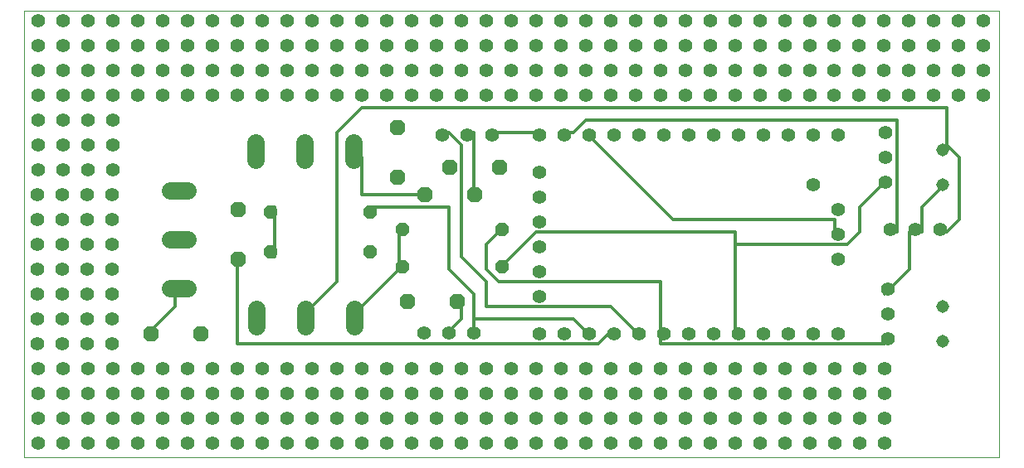
<source format=gtl>
G75*
%MOIN*%
%OFA0B0*%
%FSLAX24Y24*%
%IPPOS*%
%LPD*%
%AMOC8*
5,1,8,0,0,1.08239X$1,22.5*
%
%ADD10C,0.0000*%
%ADD11C,0.0554*%
%ADD12C,0.0515*%
%ADD13OC8,0.0520*%
%ADD14C,0.0705*%
%ADD15OC8,0.0630*%
%ADD16C,0.0120*%
D10*
X000126Y007443D02*
X000126Y025389D01*
X039296Y025389D01*
X039296Y007443D01*
X000126Y007443D01*
D11*
X000686Y007983D03*
X001686Y007983D03*
X002686Y007983D03*
X003686Y007983D03*
X004686Y007983D03*
X005686Y007983D03*
X006686Y007983D03*
X007676Y007993D03*
X008676Y007993D03*
X009676Y007993D03*
X010676Y007993D03*
X011676Y007993D03*
X012676Y007993D03*
X013676Y007993D03*
X014676Y007993D03*
X015676Y007993D03*
X016676Y007993D03*
X017676Y007993D03*
X018676Y007993D03*
X019676Y007993D03*
X020676Y007993D03*
X021676Y007993D03*
X022676Y007993D03*
X023676Y007993D03*
X024676Y007993D03*
X025676Y007993D03*
X026676Y007993D03*
X027676Y007993D03*
X028676Y007993D03*
X029676Y007993D03*
X030676Y007993D03*
X031676Y007993D03*
X032676Y007993D03*
X033676Y007993D03*
X034676Y007993D03*
X034676Y008993D03*
X033676Y008993D03*
X032676Y008993D03*
X031676Y008993D03*
X030676Y008993D03*
X029676Y008993D03*
X028676Y008993D03*
X027676Y008993D03*
X026676Y008993D03*
X025676Y008993D03*
X024676Y008993D03*
X023676Y008993D03*
X022676Y008993D03*
X021676Y008993D03*
X020676Y008993D03*
X019676Y008993D03*
X018676Y008993D03*
X017676Y008993D03*
X016676Y008993D03*
X015676Y008993D03*
X014676Y008993D03*
X013676Y008993D03*
X012676Y008993D03*
X011676Y008993D03*
X010676Y008993D03*
X009676Y008993D03*
X008676Y008993D03*
X007676Y008993D03*
X006686Y008983D03*
X005686Y008983D03*
X004686Y008983D03*
X003686Y008983D03*
X002686Y008983D03*
X001686Y008983D03*
X000686Y008983D03*
X000686Y009983D03*
X001686Y009983D03*
X002686Y009983D03*
X003686Y009983D03*
X004686Y009983D03*
X005686Y009983D03*
X006686Y009983D03*
X007676Y009993D03*
X008676Y009993D03*
X009676Y009993D03*
X010676Y009993D03*
X011676Y009993D03*
X012676Y009993D03*
X013676Y009993D03*
X014676Y009993D03*
X015676Y009993D03*
X016676Y009993D03*
X017676Y009993D03*
X018676Y009993D03*
X019676Y009993D03*
X020676Y009993D03*
X021676Y009993D03*
X022676Y009993D03*
X023676Y009993D03*
X024676Y009993D03*
X025676Y009993D03*
X026676Y009993D03*
X027676Y009993D03*
X028676Y009993D03*
X029676Y009993D03*
X030676Y009993D03*
X031676Y009993D03*
X032676Y009993D03*
X033676Y009993D03*
X034676Y009993D03*
X034676Y010993D03*
X033676Y010993D03*
X032676Y010993D03*
X031676Y010993D03*
X030676Y010993D03*
X029676Y010993D03*
X028676Y010993D03*
X027676Y010993D03*
X026676Y010993D03*
X025676Y010993D03*
X024676Y010993D03*
X023676Y010993D03*
X022676Y010993D03*
X021676Y010993D03*
X020676Y010993D03*
X019676Y010993D03*
X018676Y010993D03*
X017676Y010993D03*
X016676Y010993D03*
X015676Y010993D03*
X014676Y010993D03*
X013676Y010993D03*
X012676Y010993D03*
X011676Y010993D03*
X010676Y010993D03*
X009676Y010993D03*
X008676Y010993D03*
X007676Y010993D03*
X006686Y010983D03*
X005686Y010983D03*
X004686Y010983D03*
X003686Y010983D03*
X002686Y010983D03*
X001686Y010983D03*
X000686Y010983D03*
X000656Y011983D03*
X001656Y011983D03*
X002656Y011983D03*
X003656Y011983D03*
X003656Y012983D03*
X002656Y012983D03*
X001656Y012983D03*
X000656Y012983D03*
X000656Y013983D03*
X001656Y013983D03*
X002656Y013983D03*
X003656Y013983D03*
X003656Y014983D03*
X002656Y014983D03*
X001656Y014983D03*
X000656Y014983D03*
X000656Y015983D03*
X001656Y015983D03*
X002656Y015983D03*
X003656Y015983D03*
X003656Y016983D03*
X002656Y016983D03*
X001656Y016983D03*
X000656Y016983D03*
X000656Y017983D03*
X001656Y017983D03*
X002656Y017983D03*
X003656Y017983D03*
X003676Y018993D03*
X002676Y018993D03*
X001676Y018993D03*
X000676Y018993D03*
X000676Y019993D03*
X001676Y019993D03*
X002676Y019993D03*
X003676Y019993D03*
X003676Y020993D03*
X002676Y020993D03*
X001676Y020993D03*
X000676Y020993D03*
X000676Y021993D03*
X001676Y021993D03*
X002676Y021993D03*
X003676Y021993D03*
X004686Y021983D03*
X005686Y021983D03*
X006686Y021983D03*
X007686Y021983D03*
X008686Y021983D03*
X009686Y021983D03*
X010686Y021983D03*
X011686Y021983D03*
X012686Y021983D03*
X013686Y021983D03*
X014686Y021983D03*
X015686Y021983D03*
X016686Y021983D03*
X017686Y021983D03*
X018676Y022003D03*
X019676Y022003D03*
X020676Y022003D03*
X021676Y022003D03*
X022676Y022003D03*
X023676Y022003D03*
X024676Y022003D03*
X025676Y021983D03*
X026676Y021983D03*
X027676Y021983D03*
X028676Y021983D03*
X029676Y021983D03*
X030676Y021983D03*
X031676Y021983D03*
X032656Y021993D03*
X033656Y021993D03*
X034656Y021993D03*
X035656Y021993D03*
X036656Y021993D03*
X037656Y021993D03*
X038656Y021993D03*
X038656Y022993D03*
X037656Y022993D03*
X036656Y022993D03*
X035656Y022993D03*
X034656Y022993D03*
X033656Y022993D03*
X032656Y022993D03*
X031676Y022983D03*
X030676Y022983D03*
X030676Y023983D03*
X031676Y023983D03*
X032656Y023993D03*
X033656Y023993D03*
X034656Y023993D03*
X035656Y023993D03*
X036656Y023993D03*
X037656Y023993D03*
X038656Y023993D03*
X038656Y024993D03*
X037656Y024993D03*
X036656Y024993D03*
X035656Y024993D03*
X034656Y024993D03*
X033656Y024993D03*
X032656Y024993D03*
X031676Y024983D03*
X030676Y024983D03*
X029676Y024983D03*
X028676Y024983D03*
X027676Y024983D03*
X026676Y024983D03*
X025676Y024983D03*
X024676Y025003D03*
X024676Y024003D03*
X025676Y023983D03*
X026676Y023983D03*
X027676Y023983D03*
X028676Y023983D03*
X029676Y023983D03*
X029676Y022983D03*
X028676Y022983D03*
X027676Y022983D03*
X026676Y022983D03*
X025676Y022983D03*
X024676Y023003D03*
X023676Y023003D03*
X022676Y023003D03*
X021676Y023003D03*
X020676Y023003D03*
X019676Y023003D03*
X018676Y023003D03*
X017686Y022983D03*
X017686Y023983D03*
X018676Y024003D03*
X019676Y024003D03*
X020676Y024003D03*
X021676Y024003D03*
X022676Y024003D03*
X023676Y024003D03*
X023676Y025003D03*
X022676Y025003D03*
X021676Y025003D03*
X020676Y025003D03*
X019676Y025003D03*
X018676Y025003D03*
X017686Y024983D03*
X016686Y024983D03*
X015686Y024983D03*
X014686Y024983D03*
X013686Y024983D03*
X012686Y024983D03*
X011686Y024983D03*
X010686Y024983D03*
X009686Y024983D03*
X008686Y024983D03*
X007686Y024983D03*
X006686Y024983D03*
X005686Y024983D03*
X004686Y024983D03*
X003676Y024993D03*
X002676Y024993D03*
X002676Y023993D03*
X003676Y023993D03*
X004686Y023983D03*
X005686Y023983D03*
X006686Y023983D03*
X007686Y023983D03*
X008686Y023983D03*
X009686Y023983D03*
X010686Y023983D03*
X011686Y023983D03*
X012686Y023983D03*
X013686Y023983D03*
X014686Y023983D03*
X015686Y023983D03*
X016686Y023983D03*
X016686Y022983D03*
X015686Y022983D03*
X014686Y022983D03*
X013686Y022983D03*
X012686Y022983D03*
X011686Y022983D03*
X010686Y022983D03*
X009686Y022983D03*
X008686Y022983D03*
X007686Y022983D03*
X006686Y022983D03*
X005686Y022983D03*
X004686Y022983D03*
X003676Y022993D03*
X002676Y022993D03*
X001676Y022993D03*
X000676Y022993D03*
X000676Y023993D03*
X001676Y023993D03*
X001676Y024993D03*
X000676Y024993D03*
X016926Y020393D03*
X017926Y020393D03*
X018926Y020393D03*
X020826Y020393D03*
X021826Y020393D03*
X022826Y020393D03*
X023826Y020393D03*
X024826Y020393D03*
X025826Y020393D03*
X026826Y020393D03*
X027826Y020393D03*
X028826Y020393D03*
X029826Y020393D03*
X030826Y020393D03*
X031826Y020393D03*
X032826Y020393D03*
X034726Y020493D03*
X034726Y019493D03*
X034726Y018493D03*
X032826Y017393D03*
X032826Y016393D03*
X032826Y015393D03*
X034826Y014193D03*
X034826Y013193D03*
X034826Y012193D03*
X032826Y012393D03*
X031826Y012393D03*
X030826Y012393D03*
X029826Y012393D03*
X028826Y012393D03*
X027826Y012393D03*
X026826Y012393D03*
X025826Y012393D03*
X024826Y012393D03*
X023826Y012393D03*
X022826Y012393D03*
X021826Y012393D03*
X020826Y012393D03*
X020826Y013893D03*
X020826Y014893D03*
X020826Y015893D03*
X020826Y016893D03*
X020826Y017893D03*
X020826Y018893D03*
X031826Y018393D03*
X034926Y016593D03*
X035926Y016593D03*
X036926Y016593D03*
X018176Y012443D03*
X017176Y012443D03*
X016176Y012443D03*
D12*
X037026Y012104D03*
X037026Y013482D03*
X037026Y018404D03*
X037026Y019782D03*
D13*
X019326Y016593D03*
X019326Y015093D03*
X015326Y015093D03*
X014026Y015693D03*
X015326Y016593D03*
X014026Y017293D03*
X010026Y017293D03*
X010026Y015693D03*
D14*
X006670Y016193D02*
X005965Y016193D01*
X005965Y014225D02*
X006670Y014225D01*
X009457Y013388D02*
X009457Y012683D01*
X011426Y012683D02*
X011426Y013388D01*
X013394Y013388D02*
X013394Y012683D01*
X006670Y018162D02*
X005965Y018162D01*
X009407Y019399D02*
X009407Y020104D01*
X011376Y020104D02*
X011376Y019399D01*
X013344Y019399D02*
X013344Y020104D01*
D15*
X015126Y020693D03*
X017226Y019093D03*
X018226Y017993D03*
X019226Y019093D03*
X016226Y017993D03*
X015126Y018693D03*
X008726Y017393D03*
X008726Y015393D03*
X007226Y012393D03*
X005226Y012393D03*
X015526Y013693D03*
X017526Y013693D03*
D16*
X017676Y013493D01*
X017676Y012993D01*
X017176Y012493D01*
X017176Y012443D01*
X018176Y012443D02*
X018176Y012993D01*
X022176Y012993D01*
X022676Y012493D01*
X022826Y012393D01*
X023176Y011993D02*
X008676Y011993D01*
X008676Y015493D01*
X008726Y015393D01*
X010026Y015693D02*
X010176Y015493D01*
X010176Y017493D01*
X010026Y017293D01*
X013676Y017993D02*
X013676Y019493D01*
X013344Y019751D01*
X012676Y020493D02*
X013676Y021493D01*
X037176Y021493D01*
X037176Y019993D01*
X037026Y019782D01*
X037176Y019993D02*
X037676Y019493D01*
X037676Y016993D01*
X037176Y016493D01*
X036926Y016593D01*
X036176Y016493D02*
X035926Y016593D01*
X035676Y016493D01*
X035676Y014993D01*
X034676Y013993D01*
X034826Y014193D01*
X033176Y015993D02*
X028676Y015993D01*
X028676Y016493D01*
X020676Y016493D01*
X019176Y014993D01*
X019326Y015093D01*
X019176Y014493D02*
X018676Y014993D01*
X018676Y015993D01*
X019176Y016493D01*
X019326Y016593D01*
X018226Y017993D02*
X018176Y017993D01*
X018176Y020493D01*
X017926Y020393D01*
X017676Y019993D02*
X017176Y020493D01*
X016926Y020393D01*
X017676Y019993D02*
X017676Y015493D01*
X018676Y014493D01*
X018676Y013493D01*
X023676Y013493D01*
X024676Y012493D01*
X024826Y012393D01*
X025676Y012493D02*
X025676Y011993D01*
X034676Y011993D01*
X034826Y012193D01*
X028826Y012393D02*
X028676Y012493D01*
X028676Y015993D01*
X026176Y016993D02*
X032676Y016993D01*
X032676Y016493D01*
X032826Y016393D01*
X033176Y015993D02*
X033676Y016493D01*
X033676Y017493D01*
X034676Y018493D01*
X034726Y018493D01*
X036176Y017493D02*
X036176Y016493D01*
X035176Y016493D02*
X034926Y016593D01*
X035176Y016493D02*
X035176Y020993D01*
X022676Y020993D01*
X022176Y020493D01*
X021676Y020493D01*
X021826Y020393D01*
X022676Y020493D02*
X022826Y020393D01*
X022676Y020493D02*
X026176Y016993D01*
X025676Y014493D02*
X025676Y012493D01*
X025826Y012393D01*
X023826Y012393D02*
X023676Y012493D01*
X023176Y011993D01*
X025676Y014493D02*
X019176Y014493D01*
X018176Y013993D02*
X018176Y012993D01*
X018176Y013993D02*
X017176Y014993D01*
X017176Y017493D01*
X014176Y017493D01*
X014026Y017293D01*
X013676Y017993D02*
X016226Y017993D01*
X015326Y016593D02*
X015176Y016493D01*
X015176Y014993D01*
X015326Y015093D01*
X015176Y014993D02*
X013676Y013493D01*
X013394Y013035D01*
X012676Y014493D02*
X011676Y013493D01*
X011426Y013035D01*
X012676Y014493D02*
X012676Y020493D01*
X018926Y020393D02*
X019176Y020493D01*
X020676Y020493D01*
X020826Y020393D01*
X006318Y014225D02*
X006176Y013993D01*
X006176Y013493D01*
X005176Y012493D01*
X005226Y012393D01*
X036176Y017493D02*
X037176Y018493D01*
X037026Y018404D01*
M02*

</source>
